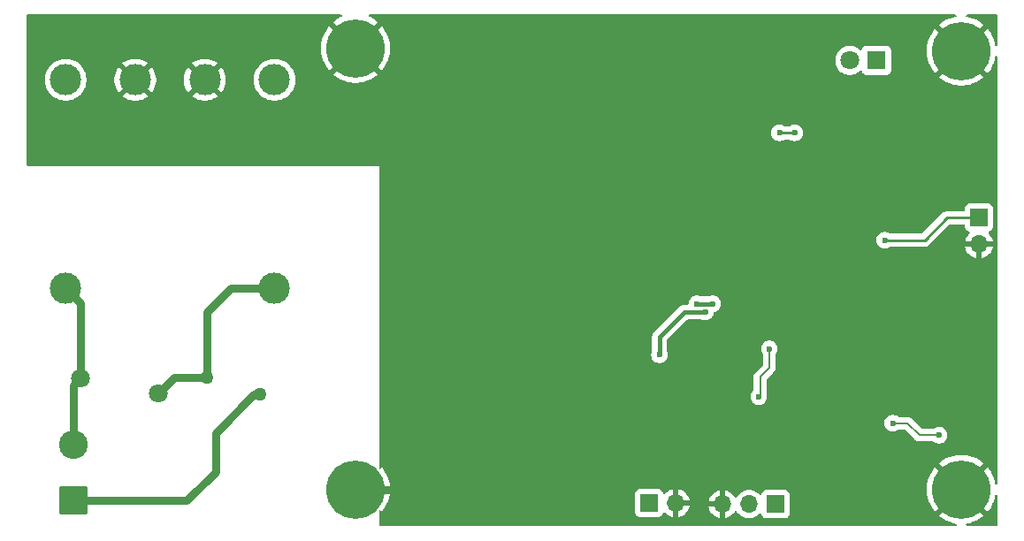
<source format=gbr>
%TF.GenerationSoftware,KiCad,Pcbnew,9.0.0*%
%TF.CreationDate,2025-04-21T22:06:35+02:00*%
%TF.ProjectId,RIAA_preamp,52494141-5f70-4726-9561-6d702e6b6963,rev?*%
%TF.SameCoordinates,Original*%
%TF.FileFunction,Copper,L2,Bot*%
%TF.FilePolarity,Positive*%
%FSLAX46Y46*%
G04 Gerber Fmt 4.6, Leading zero omitted, Abs format (unit mm)*
G04 Created by KiCad (PCBNEW 9.0.0) date 2025-04-21 22:06:35*
%MOMM*%
%LPD*%
G01*
G04 APERTURE LIST*
G04 Aperture macros list*
%AMRoundRect*
0 Rectangle with rounded corners*
0 $1 Rounding radius*
0 $2 $3 $4 $5 $6 $7 $8 $9 X,Y pos of 4 corners*
0 Add a 4 corners polygon primitive as box body*
4,1,4,$2,$3,$4,$5,$6,$7,$8,$9,$2,$3,0*
0 Add four circle primitives for the rounded corners*
1,1,$1+$1,$2,$3*
1,1,$1+$1,$4,$5*
1,1,$1+$1,$6,$7*
1,1,$1+$1,$8,$9*
0 Add four rect primitives between the rounded corners*
20,1,$1+$1,$2,$3,$4,$5,0*
20,1,$1+$1,$4,$5,$6,$7,0*
20,1,$1+$1,$6,$7,$8,$9,0*
20,1,$1+$1,$8,$9,$2,$3,0*%
G04 Aperture macros list end*
%TA.AperFunction,ComponentPad*%
%ADD10C,1.270000*%
%TD*%
%TA.AperFunction,ComponentPad*%
%ADD11RoundRect,0.250000X1.125000X-1.125000X1.125000X1.125000X-1.125000X1.125000X-1.125000X-1.125000X0*%
%TD*%
%TA.AperFunction,ComponentPad*%
%ADD12C,2.750000*%
%TD*%
%TA.AperFunction,ComponentPad*%
%ADD13O,1.700000X1.700000*%
%TD*%
%TA.AperFunction,ComponentPad*%
%ADD14R,1.700000X1.700000*%
%TD*%
%TA.AperFunction,ComponentPad*%
%ADD15C,5.600000*%
%TD*%
%TA.AperFunction,ComponentPad*%
%ADD16C,1.800000*%
%TD*%
%TA.AperFunction,ComponentPad*%
%ADD17R,1.800000X1.800000*%
%TD*%
%TA.AperFunction,ComponentPad*%
%ADD18C,3.000000*%
%TD*%
%TA.AperFunction,ViaPad*%
%ADD19C,0.600000*%
%TD*%
%TA.AperFunction,Conductor*%
%ADD20C,0.800000*%
%TD*%
%TA.AperFunction,Conductor*%
%ADD21C,0.200000*%
%TD*%
%TA.AperFunction,Conductor*%
%ADD22C,0.400000*%
%TD*%
%TA.AperFunction,Conductor*%
%ADD23C,0.250000*%
%TD*%
G04 APERTURE END LIST*
D10*
%TO.P,F1,1*%
%TO.N,LINE*%
X97370000Y-72594000D03*
%TO.P,F1,2*%
%TO.N,Net-(F1-Pad2)*%
X92270000Y-70994000D03*
%TD*%
D11*
%TO.P,J4,1,Pin_1*%
%TO.N,LINE*%
X79509000Y-82782000D03*
D12*
%TO.P,J4,2,Pin_2*%
%TO.N,NEUT*%
X79509000Y-77382000D03*
%TD*%
D13*
%TO.P,J3,3,Pin_3*%
%TO.N,GND*%
X141645000Y-83100000D03*
%TO.P,J3,2,Pin_2*%
%TO.N,/OUTR*%
X144185000Y-83100000D03*
D14*
%TO.P,J3,1,Pin_1*%
%TO.N,/OUTL*%
X146725000Y-83100000D03*
%TD*%
D15*
%TO.P,H2,1,1*%
%TO.N,GND*%
X106500000Y-81700000D03*
%TD*%
D16*
%TO.P,RV1,1*%
%TO.N,Net-(F1-Pad2)*%
X87648000Y-72494000D03*
%TO.P,RV1,2*%
%TO.N,NEUT*%
X80148000Y-71094000D03*
%TD*%
D17*
%TO.P,D5,1,K*%
%TO.N,-15V*%
X156375000Y-40600000D03*
D16*
%TO.P,D5,2,A*%
%TO.N,Net-(D5-A)*%
X153835000Y-40600000D03*
%TD*%
D15*
%TO.P,H1,1,1*%
%TO.N,GND*%
X106500000Y-39450000D03*
%TD*%
%TO.P,H4,1,1*%
%TO.N,GND*%
X164500000Y-81700000D03*
%TD*%
%TO.P,H3,1,1*%
%TO.N,GND*%
X164500000Y-39700000D03*
%TD*%
D14*
%TO.P,J2,1,Pin_1*%
%TO.N,/Right/IN*%
X134625000Y-83000000D03*
D13*
%TO.P,J2,2,Pin_2*%
%TO.N,GND*%
X137165000Y-83000000D03*
%TD*%
D18*
%TO.P,T1,10*%
%TO.N,Net-(C25-Pad2)*%
X78750000Y-42450000D03*
%TO.P,T1,9*%
%TO.N,GND*%
X85416667Y-42450000D03*
%TO.P,T1,7*%
X92083333Y-42450000D03*
%TO.P,T1,6*%
%TO.N,Net-(D1-Pad2)*%
X98750000Y-42450000D03*
%TO.P,T1,5*%
%TO.N,Net-(F1-Pad2)*%
X98750000Y-62450000D03*
%TO.P,T1,1*%
%TO.N,NEUT*%
X78750000Y-62450000D03*
%TD*%
D14*
%TO.P,J1,1,Pin_1*%
%TO.N,/Left/IN*%
X166200000Y-55660000D03*
D13*
%TO.P,J1,2,Pin_2*%
%TO.N,GND*%
X166200000Y-58200000D03*
%TD*%
D19*
%TO.N,GND*%
X139778000Y-43727000D03*
%TO.N,Net-(C39-Pad1)*%
X162384000Y-76493000D03*
X157939000Y-75350000D03*
%TO.N,GND*%
X162130000Y-66333000D03*
X165051000Y-71921000D03*
X159336000Y-78652000D03*
X127078000Y-58840000D03*
X122760000Y-58840000D03*
X117680000Y-58840000D03*
X113616000Y-58840000D03*
X126844000Y-38500000D03*
X123014000Y-38520000D03*
X117680000Y-38520000D03*
X113870000Y-38520000D03*
X141302000Y-53633000D03*
X135714000Y-49950000D03*
%TO.N,+15V*%
X147100000Y-47537000D03*
X148541000Y-47537000D03*
%TO.N,GND*%
X137238000Y-37504000D03*
X146255000Y-43346000D03*
X144223000Y-43346000D03*
X142064000Y-43473000D03*
X141429000Y-44870000D03*
X137365000Y-57316000D03*
X135333000Y-57570000D03*
X133174000Y-57443000D03*
X131015000Y-57570000D03*
%TO.N,/Left/IN*%
X157177000Y-57824000D03*
%TO.N,GND*%
X153367000Y-69762000D03*
X148160000Y-53252000D03*
X148795000Y-54268000D03*
X153367000Y-57062000D03*
X149811000Y-60745000D03*
X146382000Y-71921000D03*
X139397000Y-77001000D03*
X130380000Y-80557000D03*
X126824000Y-80684000D03*
X122760000Y-82589000D03*
X123268000Y-81700000D03*
X142699000Y-65698000D03*
X136984000Y-68111000D03*
%TO.N,-15V*%
X140705000Y-63920000D03*
X139181000Y-63920000D03*
%TO.N,+15V*%
X135600000Y-68800000D03*
X140000000Y-64700000D03*
%TO.N,Net-(C28-Pad1)*%
X145112000Y-72810000D03*
X146128000Y-68238000D03*
%TD*%
D20*
%TO.N,LINE*%
X93100000Y-76300000D02*
X96806000Y-72594000D01*
X93100000Y-79991000D02*
X93100000Y-76300000D01*
X90309000Y-82782000D02*
X93100000Y-79991000D01*
X96806000Y-72594000D02*
X97370000Y-72594000D01*
X79509000Y-82782000D02*
X90309000Y-82782000D01*
%TO.N,Net-(F1-Pad2)*%
X92270000Y-64730000D02*
X92270000Y-70994000D01*
X94550000Y-62450000D02*
X92270000Y-64730000D01*
X98750000Y-62450000D02*
X94550000Y-62450000D01*
%TO.N,NEUT*%
X79509000Y-71733000D02*
X80148000Y-71094000D01*
X79509000Y-77382000D02*
X79509000Y-71733000D01*
X80148000Y-63848000D02*
X78750000Y-62450000D01*
X80148000Y-71094000D02*
X80148000Y-63848000D01*
%TO.N,Net-(F1-Pad2)*%
X89148000Y-70994000D02*
X87648000Y-72494000D01*
X92270000Y-70994000D02*
X89148000Y-70994000D01*
D21*
%TO.N,Net-(C39-Pad1)*%
X160479000Y-76493000D02*
X162384000Y-76493000D01*
X159336000Y-75350000D02*
X160479000Y-76493000D01*
X157939000Y-75350000D02*
X159336000Y-75350000D01*
%TO.N,Net-(C28-Pad1)*%
X146128000Y-70016000D02*
X145239000Y-70905000D01*
X145239000Y-70905000D02*
X145239000Y-72683000D01*
X145239000Y-72683000D02*
X145112000Y-72810000D01*
X146128000Y-68238000D02*
X146128000Y-70016000D01*
D22*
%TO.N,-15V*%
X139181000Y-63920000D02*
X140705000Y-63920000D01*
D23*
%TO.N,+15V*%
X147100000Y-47537000D02*
X148541000Y-47537000D01*
%TO.N,/Left/IN*%
X163151000Y-55660000D02*
X166200000Y-55660000D01*
X157177000Y-57824000D02*
X160987000Y-57824000D01*
X160987000Y-57824000D02*
X163151000Y-55660000D01*
D20*
%TO.N,GND*%
X106500000Y-81700000D02*
X112200000Y-81700000D01*
D22*
%TO.N,+15V*%
X135600000Y-67100000D02*
X135600000Y-68800000D01*
X138000000Y-64700000D02*
X135600000Y-67100000D01*
X140000000Y-64700000D02*
X138000000Y-64700000D01*
%TD*%
%TA.AperFunction,Conductor*%
%TO.N,GND*%
G36*
X105165320Y-36220185D02*
G01*
X105211075Y-36272989D01*
X105221019Y-36342147D01*
X105191994Y-36405703D01*
X105145733Y-36439061D01*
X105087371Y-36463235D01*
X105087359Y-36463240D01*
X104801419Y-36616079D01*
X104801401Y-36616090D01*
X104531829Y-36796212D01*
X104531815Y-36796222D01*
X104349444Y-36945890D01*
X104349443Y-36945891D01*
X105559301Y-38155748D01*
X105457670Y-38229588D01*
X105279588Y-38407670D01*
X105205748Y-38509301D01*
X103995891Y-37299443D01*
X103995890Y-37299444D01*
X103846222Y-37481815D01*
X103846212Y-37481829D01*
X103666090Y-37751401D01*
X103666079Y-37751419D01*
X103513240Y-38037359D01*
X103513238Y-38037364D01*
X103389157Y-38336921D01*
X103295033Y-38647207D01*
X103295030Y-38647218D01*
X103231782Y-38965198D01*
X103231779Y-38965215D01*
X103200000Y-39287884D01*
X103200000Y-39612115D01*
X103231779Y-39934784D01*
X103231782Y-39934801D01*
X103295030Y-40252781D01*
X103295033Y-40252792D01*
X103389157Y-40563078D01*
X103513238Y-40862635D01*
X103513240Y-40862640D01*
X103666079Y-41148580D01*
X103666090Y-41148598D01*
X103846212Y-41418170D01*
X103846222Y-41418184D01*
X103995890Y-41600554D01*
X103995891Y-41600555D01*
X105205748Y-40390698D01*
X105279588Y-40492330D01*
X105457670Y-40670412D01*
X105559300Y-40744251D01*
X104349443Y-41954107D01*
X104349444Y-41954108D01*
X104531815Y-42103777D01*
X104531829Y-42103787D01*
X104801401Y-42283909D01*
X104801419Y-42283920D01*
X105087359Y-42436759D01*
X105087364Y-42436761D01*
X105386921Y-42560842D01*
X105697207Y-42654966D01*
X105697218Y-42654969D01*
X106015198Y-42718217D01*
X106015215Y-42718220D01*
X106337884Y-42750000D01*
X106662116Y-42750000D01*
X106984784Y-42718220D01*
X106984801Y-42718217D01*
X107302781Y-42654969D01*
X107302792Y-42654966D01*
X107613078Y-42560842D01*
X107912635Y-42436761D01*
X107912640Y-42436759D01*
X108198580Y-42283920D01*
X108198598Y-42283909D01*
X108468170Y-42103787D01*
X108468183Y-42103777D01*
X108522209Y-42059440D01*
X108650554Y-41954108D01*
X108650554Y-41954107D01*
X107440698Y-40744251D01*
X107542330Y-40670412D01*
X107720412Y-40492330D01*
X107794251Y-40390698D01*
X109004107Y-41600554D01*
X109004108Y-41600554D01*
X109153777Y-41418183D01*
X109153787Y-41418170D01*
X109333909Y-41148598D01*
X109333920Y-41148580D01*
X109486759Y-40862640D01*
X109486761Y-40862635D01*
X109610842Y-40563078D01*
X109633077Y-40489778D01*
X152434500Y-40489778D01*
X152434500Y-40710222D01*
X152450791Y-40813078D01*
X152468985Y-40927952D01*
X152537103Y-41137603D01*
X152537104Y-41137606D01*
X152637187Y-41334025D01*
X152766752Y-41512358D01*
X152766756Y-41512363D01*
X152922636Y-41668243D01*
X152922641Y-41668247D01*
X153024606Y-41742328D01*
X153100978Y-41797815D01*
X153229375Y-41863237D01*
X153297393Y-41897895D01*
X153297396Y-41897896D01*
X153402221Y-41931955D01*
X153507049Y-41966015D01*
X153724778Y-42000500D01*
X153724779Y-42000500D01*
X153945221Y-42000500D01*
X153945222Y-42000500D01*
X154162951Y-41966015D01*
X154372606Y-41897895D01*
X154569022Y-41797815D01*
X154747365Y-41668242D01*
X154797536Y-41618070D01*
X154858857Y-41584586D01*
X154928548Y-41589570D01*
X154984482Y-41631441D01*
X155001398Y-41662419D01*
X155031202Y-41742328D01*
X155031206Y-41742335D01*
X155117452Y-41857544D01*
X155117455Y-41857547D01*
X155232664Y-41943793D01*
X155232671Y-41943797D01*
X155367517Y-41994091D01*
X155367516Y-41994091D01*
X155374444Y-41994835D01*
X155427127Y-42000500D01*
X157322872Y-42000499D01*
X157382483Y-41994091D01*
X157517331Y-41943796D01*
X157632546Y-41857546D01*
X157718796Y-41742331D01*
X157769091Y-41607483D01*
X157775500Y-41547873D01*
X157775499Y-39652128D01*
X157769091Y-39592517D01*
X157718796Y-39457669D01*
X157718795Y-39457668D01*
X157718793Y-39457664D01*
X157632547Y-39342455D01*
X157632544Y-39342452D01*
X157517335Y-39256206D01*
X157517328Y-39256202D01*
X157382482Y-39205908D01*
X157382483Y-39205908D01*
X157322883Y-39199501D01*
X157322881Y-39199500D01*
X157322873Y-39199500D01*
X157322864Y-39199500D01*
X155427129Y-39199500D01*
X155427123Y-39199501D01*
X155367516Y-39205908D01*
X155232671Y-39256202D01*
X155232664Y-39256206D01*
X155117455Y-39342452D01*
X155117452Y-39342455D01*
X155031206Y-39457664D01*
X155031203Y-39457669D01*
X155001398Y-39537581D01*
X154959526Y-39593514D01*
X154894062Y-39617931D01*
X154825789Y-39603079D01*
X154797535Y-39581928D01*
X154747363Y-39531756D01*
X154747358Y-39531752D01*
X154569025Y-39402187D01*
X154569024Y-39402186D01*
X154569022Y-39402185D01*
X154506096Y-39370122D01*
X154372606Y-39302104D01*
X154372603Y-39302103D01*
X154162952Y-39233985D01*
X154028260Y-39212652D01*
X153945222Y-39199500D01*
X153724778Y-39199500D01*
X153652201Y-39210995D01*
X153507047Y-39233985D01*
X153297396Y-39302103D01*
X153297393Y-39302104D01*
X153100974Y-39402187D01*
X152922641Y-39531752D01*
X152922636Y-39531756D01*
X152766756Y-39687636D01*
X152766752Y-39687641D01*
X152637187Y-39865974D01*
X152537104Y-40062393D01*
X152537103Y-40062396D01*
X152468985Y-40272047D01*
X152466366Y-40288583D01*
X152434500Y-40489778D01*
X109633077Y-40489778D01*
X109645474Y-40448911D01*
X109704966Y-40252792D01*
X109704969Y-40252781D01*
X109768217Y-39934801D01*
X109768220Y-39934784D01*
X109800000Y-39612115D01*
X109800000Y-39287884D01*
X109768220Y-38965215D01*
X109768217Y-38965198D01*
X109704969Y-38647218D01*
X109704966Y-38647207D01*
X109610842Y-38336921D01*
X109486761Y-38037364D01*
X109486759Y-38037359D01*
X109333920Y-37751419D01*
X109333909Y-37751401D01*
X109153787Y-37481829D01*
X109153777Y-37481815D01*
X109004108Y-37299444D01*
X109004107Y-37299443D01*
X107794250Y-38509300D01*
X107720412Y-38407670D01*
X107542330Y-38229588D01*
X107440697Y-38155747D01*
X108650555Y-36945891D01*
X108650554Y-36945890D01*
X108468184Y-36796222D01*
X108468170Y-36796212D01*
X108198598Y-36616090D01*
X108198580Y-36616079D01*
X107912640Y-36463240D01*
X107912628Y-36463235D01*
X107854267Y-36439061D01*
X107799863Y-36395220D01*
X107777798Y-36328926D01*
X107795077Y-36261227D01*
X107846214Y-36213616D01*
X107901719Y-36200500D01*
X163918939Y-36200500D01*
X163985978Y-36220185D01*
X164031733Y-36272989D01*
X164041677Y-36342147D01*
X164012652Y-36405703D01*
X163953874Y-36443477D01*
X163943130Y-36446117D01*
X163697218Y-36495030D01*
X163697207Y-36495033D01*
X163386921Y-36589157D01*
X163087364Y-36713238D01*
X163087359Y-36713240D01*
X162801419Y-36866079D01*
X162801401Y-36866090D01*
X162531829Y-37046212D01*
X162531815Y-37046222D01*
X162349444Y-37195890D01*
X162349443Y-37195891D01*
X163559301Y-38405748D01*
X163457670Y-38479588D01*
X163279588Y-38657670D01*
X163205748Y-38759301D01*
X161995891Y-37549443D01*
X161995890Y-37549444D01*
X161846222Y-37731815D01*
X161846212Y-37731829D01*
X161666090Y-38001401D01*
X161666079Y-38001419D01*
X161513240Y-38287359D01*
X161513238Y-38287364D01*
X161389157Y-38586921D01*
X161295033Y-38897207D01*
X161295030Y-38897218D01*
X161231782Y-39215198D01*
X161231779Y-39215215D01*
X161200000Y-39537884D01*
X161200000Y-39862115D01*
X161231779Y-40184784D01*
X161231782Y-40184801D01*
X161295030Y-40502781D01*
X161295033Y-40502792D01*
X161389157Y-40813078D01*
X161513238Y-41112635D01*
X161513240Y-41112640D01*
X161666079Y-41398580D01*
X161666090Y-41398598D01*
X161846212Y-41668170D01*
X161846222Y-41668184D01*
X161995890Y-41850554D01*
X161995891Y-41850555D01*
X163205748Y-40640698D01*
X163279588Y-40742330D01*
X163457670Y-40920412D01*
X163559300Y-40994251D01*
X162349443Y-42204107D01*
X162349444Y-42204108D01*
X162531815Y-42353777D01*
X162531829Y-42353787D01*
X162801401Y-42533909D01*
X162801419Y-42533920D01*
X163087359Y-42686759D01*
X163087364Y-42686761D01*
X163386921Y-42810842D01*
X163697207Y-42904966D01*
X163697218Y-42904969D01*
X164015198Y-42968217D01*
X164015215Y-42968220D01*
X164337884Y-43000000D01*
X164662116Y-43000000D01*
X164984784Y-42968220D01*
X164984801Y-42968217D01*
X165302781Y-42904969D01*
X165302792Y-42904966D01*
X165613078Y-42810842D01*
X165912635Y-42686761D01*
X165912640Y-42686759D01*
X166198580Y-42533920D01*
X166198598Y-42533909D01*
X166468170Y-42353787D01*
X166468183Y-42353777D01*
X166650554Y-42204108D01*
X166650554Y-42204107D01*
X165440698Y-40994251D01*
X165542330Y-40920412D01*
X165720412Y-40742330D01*
X165794251Y-40640698D01*
X167004107Y-41850554D01*
X167004108Y-41850554D01*
X167153777Y-41668183D01*
X167153787Y-41668170D01*
X167333909Y-41398598D01*
X167333920Y-41398580D01*
X167486759Y-41112640D01*
X167486761Y-41112635D01*
X167610842Y-40813078D01*
X167704966Y-40502792D01*
X167704969Y-40502781D01*
X167753883Y-40256869D01*
X167786267Y-40194958D01*
X167846983Y-40160384D01*
X167916752Y-40164123D01*
X167973425Y-40204989D01*
X167999006Y-40270007D01*
X167999500Y-40281060D01*
X167999500Y-81118939D01*
X167979815Y-81185978D01*
X167927011Y-81231733D01*
X167857853Y-81241677D01*
X167794297Y-81212652D01*
X167756523Y-81153874D01*
X167753883Y-81143130D01*
X167704969Y-80897218D01*
X167704966Y-80897207D01*
X167610842Y-80586921D01*
X167486761Y-80287364D01*
X167486759Y-80287359D01*
X167333920Y-80001419D01*
X167333909Y-80001401D01*
X167153787Y-79731829D01*
X167153777Y-79731815D01*
X167004108Y-79549444D01*
X167004107Y-79549443D01*
X165794250Y-80759300D01*
X165720412Y-80657670D01*
X165542330Y-80479588D01*
X165440697Y-80405747D01*
X166650555Y-79195891D01*
X166650554Y-79195890D01*
X166468184Y-79046222D01*
X166468170Y-79046212D01*
X166198598Y-78866090D01*
X166198580Y-78866079D01*
X165912640Y-78713240D01*
X165912635Y-78713238D01*
X165613078Y-78589157D01*
X165302792Y-78495033D01*
X165302781Y-78495030D01*
X164984801Y-78431782D01*
X164984784Y-78431779D01*
X164662116Y-78400000D01*
X164337884Y-78400000D01*
X164015215Y-78431779D01*
X164015198Y-78431782D01*
X163697218Y-78495030D01*
X163697207Y-78495033D01*
X163386921Y-78589157D01*
X163087364Y-78713238D01*
X163087359Y-78713240D01*
X162801419Y-78866079D01*
X162801401Y-78866090D01*
X162531829Y-79046212D01*
X162531815Y-79046222D01*
X162349444Y-79195890D01*
X162349443Y-79195891D01*
X163559301Y-80405748D01*
X163457670Y-80479588D01*
X163279588Y-80657670D01*
X163205748Y-80759301D01*
X161995891Y-79549443D01*
X161995890Y-79549444D01*
X161846222Y-79731815D01*
X161846212Y-79731829D01*
X161666090Y-80001401D01*
X161666079Y-80001419D01*
X161513240Y-80287359D01*
X161513238Y-80287364D01*
X161389157Y-80586921D01*
X161295033Y-80897207D01*
X161295030Y-80897218D01*
X161231782Y-81215198D01*
X161231779Y-81215215D01*
X161200000Y-81537884D01*
X161200000Y-81862115D01*
X161231779Y-82184784D01*
X161231782Y-82184801D01*
X161295030Y-82502781D01*
X161295033Y-82502792D01*
X161389157Y-82813078D01*
X161513238Y-83112635D01*
X161513240Y-83112640D01*
X161666079Y-83398580D01*
X161666090Y-83398598D01*
X161846212Y-83668170D01*
X161846222Y-83668184D01*
X161995890Y-83850554D01*
X161995891Y-83850555D01*
X163205748Y-82640698D01*
X163279588Y-82742330D01*
X163457670Y-82920412D01*
X163559300Y-82994251D01*
X162349443Y-84204107D01*
X162349444Y-84204108D01*
X162531815Y-84353777D01*
X162531829Y-84353787D01*
X162801401Y-84533909D01*
X162801419Y-84533920D01*
X163087359Y-84686759D01*
X163087364Y-84686761D01*
X163386921Y-84810842D01*
X163697207Y-84904966D01*
X163697218Y-84904969D01*
X163943130Y-84953883D01*
X164005041Y-84986267D01*
X164039615Y-85046983D01*
X164035876Y-85116753D01*
X163995010Y-85173425D01*
X163929992Y-85199006D01*
X163918939Y-85199500D01*
X108904000Y-85199500D01*
X108836961Y-85179815D01*
X108791206Y-85127011D01*
X108780000Y-85075500D01*
X108780000Y-84270751D01*
X108780000Y-83626447D01*
X109004107Y-83850554D01*
X109004108Y-83850554D01*
X109153777Y-83668183D01*
X109153787Y-83668170D01*
X109333909Y-83398598D01*
X109333920Y-83398580D01*
X109486759Y-83112640D01*
X109486761Y-83112635D01*
X109610842Y-82813078D01*
X109704966Y-82502792D01*
X109704969Y-82502781D01*
X109768217Y-82184801D01*
X109768220Y-82184783D01*
X109776360Y-82102135D01*
X133274500Y-82102135D01*
X133274500Y-83897870D01*
X133274501Y-83897876D01*
X133280908Y-83957483D01*
X133331202Y-84092328D01*
X133331206Y-84092335D01*
X133417452Y-84207544D01*
X133417455Y-84207547D01*
X133532664Y-84293793D01*
X133532671Y-84293797D01*
X133667517Y-84344091D01*
X133667516Y-84344091D01*
X133674444Y-84344835D01*
X133727127Y-84350500D01*
X135522872Y-84350499D01*
X135582483Y-84344091D01*
X135717331Y-84293796D01*
X135832546Y-84207546D01*
X135918796Y-84092331D01*
X135968002Y-83960401D01*
X136009872Y-83904468D01*
X136075337Y-83880050D01*
X136143610Y-83894901D01*
X136171865Y-83916053D01*
X136285535Y-84029723D01*
X136285540Y-84029727D01*
X136457442Y-84154620D01*
X136646782Y-84251095D01*
X136848871Y-84316757D01*
X136915000Y-84327231D01*
X136915000Y-83433012D01*
X136972007Y-83465925D01*
X137099174Y-83500000D01*
X137230826Y-83500000D01*
X137357993Y-83465925D01*
X137415000Y-83433012D01*
X137415000Y-84327230D01*
X137481126Y-84316757D01*
X137481129Y-84316757D01*
X137683217Y-84251095D01*
X137872557Y-84154620D01*
X138044459Y-84029727D01*
X138044464Y-84029723D01*
X138194723Y-83879464D01*
X138194727Y-83879459D01*
X138319620Y-83707557D01*
X138416095Y-83518217D01*
X138481757Y-83316129D01*
X138485336Y-83293536D01*
X138485336Y-83293534D01*
X138492231Y-83250000D01*
X137598012Y-83250000D01*
X137630925Y-83192993D01*
X137665000Y-83065826D01*
X137665000Y-82934174D01*
X137642445Y-82850000D01*
X140317769Y-82850000D01*
X141211988Y-82850000D01*
X141179075Y-82907007D01*
X141145000Y-83034174D01*
X141145000Y-83165826D01*
X141179075Y-83292993D01*
X141211988Y-83350000D01*
X140317769Y-83350000D01*
X140328242Y-83416126D01*
X140328242Y-83416129D01*
X140393904Y-83618217D01*
X140490379Y-83807557D01*
X140615272Y-83979459D01*
X140615276Y-83979464D01*
X140765535Y-84129723D01*
X140765540Y-84129727D01*
X140937442Y-84254620D01*
X141126782Y-84351095D01*
X141328871Y-84416757D01*
X141395000Y-84427231D01*
X141395000Y-83533012D01*
X141452007Y-83565925D01*
X141579174Y-83600000D01*
X141710826Y-83600000D01*
X141837993Y-83565925D01*
X141895000Y-83533012D01*
X141895000Y-84427230D01*
X141961126Y-84416757D01*
X141961129Y-84416757D01*
X142163217Y-84351095D01*
X142352557Y-84254620D01*
X142524459Y-84129727D01*
X142524464Y-84129723D01*
X142674723Y-83979464D01*
X142674727Y-83979459D01*
X142799620Y-83807558D01*
X142804232Y-83798507D01*
X142852205Y-83747709D01*
X142920025Y-83730912D01*
X142986161Y-83753447D01*
X143025204Y-83798504D01*
X143029949Y-83807817D01*
X143154890Y-83979786D01*
X143305213Y-84130109D01*
X143477179Y-84255048D01*
X143477181Y-84255049D01*
X143477184Y-84255051D01*
X143666588Y-84351557D01*
X143868757Y-84417246D01*
X144078713Y-84450500D01*
X144078714Y-84450500D01*
X144291286Y-84450500D01*
X144291287Y-84450500D01*
X144501243Y-84417246D01*
X144703412Y-84351557D01*
X144892816Y-84255051D01*
X144958200Y-84207547D01*
X145064784Y-84130110D01*
X145064784Y-84130109D01*
X145064792Y-84130104D01*
X145178329Y-84016566D01*
X145239648Y-83983084D01*
X145309340Y-83988068D01*
X145365274Y-84029939D01*
X145382189Y-84060917D01*
X145431202Y-84192328D01*
X145431206Y-84192335D01*
X145517452Y-84307544D01*
X145517455Y-84307547D01*
X145632664Y-84393793D01*
X145632671Y-84393797D01*
X145767517Y-84444091D01*
X145767516Y-84444091D01*
X145774444Y-84444835D01*
X145827127Y-84450500D01*
X147622872Y-84450499D01*
X147682483Y-84444091D01*
X147817331Y-84393796D01*
X147932546Y-84307546D01*
X148018796Y-84192331D01*
X148069091Y-84057483D01*
X148075500Y-83997873D01*
X148075499Y-82202128D01*
X148069091Y-82142517D01*
X148067810Y-82139083D01*
X148018797Y-82007671D01*
X148018793Y-82007664D01*
X147932547Y-81892455D01*
X147932544Y-81892452D01*
X147817335Y-81806206D01*
X147817328Y-81806202D01*
X147682482Y-81755908D01*
X147682483Y-81755908D01*
X147622883Y-81749501D01*
X147622881Y-81749500D01*
X147622873Y-81749500D01*
X147622864Y-81749500D01*
X145827129Y-81749500D01*
X145827123Y-81749501D01*
X145767516Y-81755908D01*
X145632671Y-81806202D01*
X145632664Y-81806206D01*
X145517455Y-81892452D01*
X145517452Y-81892455D01*
X145431206Y-82007664D01*
X145431203Y-82007669D01*
X145382189Y-82139083D01*
X145340317Y-82195016D01*
X145274853Y-82219433D01*
X145206580Y-82204581D01*
X145178326Y-82183430D01*
X145064786Y-82069890D01*
X144892820Y-81944951D01*
X144703414Y-81848444D01*
X144703413Y-81848443D01*
X144703412Y-81848443D01*
X144501243Y-81782754D01*
X144501241Y-81782753D01*
X144501240Y-81782753D01*
X144339957Y-81757208D01*
X144291287Y-81749500D01*
X144078713Y-81749500D01*
X144030042Y-81757208D01*
X143868760Y-81782753D01*
X143666585Y-81848444D01*
X143477179Y-81944951D01*
X143305213Y-82069890D01*
X143154890Y-82220213D01*
X143029949Y-82392182D01*
X143025202Y-82401499D01*
X142977227Y-82452293D01*
X142909405Y-82469087D01*
X142843271Y-82446548D01*
X142804234Y-82401495D01*
X142799622Y-82392444D01*
X142674727Y-82220540D01*
X142674723Y-82220535D01*
X142524464Y-82070276D01*
X142524459Y-82070272D01*
X142352557Y-81945379D01*
X142163215Y-81848903D01*
X141961124Y-81783241D01*
X141895000Y-81772768D01*
X141895000Y-82666988D01*
X141837993Y-82634075D01*
X141710826Y-82600000D01*
X141579174Y-82600000D01*
X141452007Y-82634075D01*
X141395000Y-82666988D01*
X141395000Y-81772768D01*
X141394999Y-81772768D01*
X141328875Y-81783241D01*
X141126784Y-81848903D01*
X140937442Y-81945379D01*
X140765540Y-82070272D01*
X140765535Y-82070276D01*
X140615276Y-82220535D01*
X140615272Y-82220540D01*
X140490379Y-82392442D01*
X140393904Y-82581782D01*
X140328242Y-82783870D01*
X140328242Y-82783873D01*
X140317769Y-82850000D01*
X137642445Y-82850000D01*
X137630925Y-82807007D01*
X137598012Y-82750000D01*
X138492231Y-82750000D01*
X138481757Y-82683873D01*
X138481757Y-82683870D01*
X138416095Y-82481782D01*
X138319620Y-82292442D01*
X138194727Y-82120540D01*
X138194723Y-82120535D01*
X138044464Y-81970276D01*
X138044459Y-81970272D01*
X137872557Y-81845379D01*
X137683215Y-81748903D01*
X137481124Y-81683241D01*
X137415000Y-81672768D01*
X137415000Y-82566988D01*
X137357993Y-82534075D01*
X137230826Y-82500000D01*
X137099174Y-82500000D01*
X136972007Y-82534075D01*
X136915000Y-82566988D01*
X136915000Y-81672768D01*
X136914999Y-81672768D01*
X136848875Y-81683241D01*
X136646784Y-81748903D01*
X136457442Y-81845379D01*
X136285541Y-81970271D01*
X136171865Y-82083947D01*
X136110542Y-82117431D01*
X136040850Y-82112447D01*
X135984917Y-82070575D01*
X135968002Y-82039598D01*
X135956093Y-82007669D01*
X135918796Y-81907669D01*
X135918795Y-81907668D01*
X135918793Y-81907664D01*
X135832547Y-81792455D01*
X135832544Y-81792452D01*
X135717335Y-81706206D01*
X135717328Y-81706202D01*
X135582482Y-81655908D01*
X135522883Y-81649501D01*
X135522881Y-81649500D01*
X135522873Y-81649500D01*
X135522864Y-81649500D01*
X133727129Y-81649500D01*
X133727123Y-81649501D01*
X133667516Y-81655908D01*
X133532671Y-81706202D01*
X133532664Y-81706206D01*
X133417455Y-81792452D01*
X133417452Y-81792455D01*
X133331206Y-81907664D01*
X133331202Y-81907671D01*
X133280908Y-82042517D01*
X133274501Y-82102116D01*
X133274500Y-82102135D01*
X109776360Y-82102135D01*
X109777885Y-82086653D01*
X109777885Y-82086652D01*
X109800000Y-81862115D01*
X109800000Y-81537884D01*
X109768220Y-81215215D01*
X109768217Y-81215198D01*
X109704969Y-80897218D01*
X109704966Y-80897207D01*
X109610842Y-80586921D01*
X109486761Y-80287364D01*
X109486759Y-80287359D01*
X109333920Y-80001419D01*
X109333909Y-80001401D01*
X109153787Y-79731829D01*
X109153777Y-79731815D01*
X109004108Y-79549444D01*
X109004107Y-79549443D01*
X108780000Y-79773550D01*
X108780000Y-75271153D01*
X157138500Y-75271153D01*
X157138500Y-75428846D01*
X157169261Y-75583489D01*
X157169264Y-75583501D01*
X157229602Y-75729172D01*
X157229609Y-75729185D01*
X157317210Y-75860288D01*
X157317213Y-75860292D01*
X157428707Y-75971786D01*
X157428711Y-75971789D01*
X157559814Y-76059390D01*
X157559827Y-76059397D01*
X157691220Y-76113821D01*
X157705503Y-76119737D01*
X157840592Y-76146608D01*
X157860153Y-76150499D01*
X157860156Y-76150500D01*
X157860158Y-76150500D01*
X158017844Y-76150500D01*
X158017845Y-76150499D01*
X158172497Y-76119737D01*
X158318179Y-76059394D01*
X158399307Y-76005186D01*
X158449875Y-75971398D01*
X158516553Y-75950520D01*
X158518766Y-75950500D01*
X159035903Y-75950500D01*
X159102942Y-75970185D01*
X159123584Y-75986819D01*
X159994139Y-76857374D01*
X159994149Y-76857385D01*
X159998479Y-76861715D01*
X159998480Y-76861716D01*
X160110284Y-76973520D01*
X160182690Y-77015323D01*
X160247215Y-77052577D01*
X160399943Y-77093500D01*
X160558057Y-77093500D01*
X161804234Y-77093500D01*
X161871273Y-77113185D01*
X161873125Y-77114398D01*
X162004814Y-77202390D01*
X162004827Y-77202397D01*
X162141657Y-77259073D01*
X162150503Y-77262737D01*
X162305153Y-77293499D01*
X162305156Y-77293500D01*
X162305158Y-77293500D01*
X162462844Y-77293500D01*
X162462845Y-77293499D01*
X162617497Y-77262737D01*
X162763179Y-77202394D01*
X162894289Y-77114789D01*
X163005789Y-77003289D01*
X163093394Y-76872179D01*
X163153737Y-76726497D01*
X163184500Y-76571842D01*
X163184500Y-76414158D01*
X163184500Y-76414155D01*
X163184499Y-76414153D01*
X163153738Y-76259510D01*
X163153737Y-76259503D01*
X163133775Y-76211309D01*
X163093397Y-76113827D01*
X163093390Y-76113814D01*
X163005789Y-75982711D01*
X163005786Y-75982707D01*
X162894292Y-75871213D01*
X162894288Y-75871210D01*
X162763185Y-75783609D01*
X162763172Y-75783602D01*
X162617501Y-75723264D01*
X162617489Y-75723261D01*
X162462845Y-75692500D01*
X162462842Y-75692500D01*
X162305158Y-75692500D01*
X162305155Y-75692500D01*
X162150510Y-75723261D01*
X162150498Y-75723264D01*
X162004827Y-75783602D01*
X162004814Y-75783609D01*
X161873125Y-75871602D01*
X161806447Y-75892480D01*
X161804234Y-75892500D01*
X160779097Y-75892500D01*
X160712058Y-75872815D01*
X160691416Y-75856181D01*
X159823590Y-74988355D01*
X159823588Y-74988352D01*
X159704717Y-74869481D01*
X159704716Y-74869480D01*
X159617904Y-74819360D01*
X159617904Y-74819359D01*
X159617900Y-74819358D01*
X159567785Y-74790423D01*
X159415057Y-74749499D01*
X159256943Y-74749499D01*
X159249347Y-74749499D01*
X159249331Y-74749500D01*
X158518766Y-74749500D01*
X158451727Y-74729815D01*
X158449875Y-74728602D01*
X158318185Y-74640609D01*
X158318172Y-74640602D01*
X158172501Y-74580264D01*
X158172489Y-74580261D01*
X158017845Y-74549500D01*
X158017842Y-74549500D01*
X157860158Y-74549500D01*
X157860155Y-74549500D01*
X157705510Y-74580261D01*
X157705498Y-74580264D01*
X157559827Y-74640602D01*
X157559814Y-74640609D01*
X157428711Y-74728210D01*
X157428707Y-74728213D01*
X157317213Y-74839707D01*
X157317210Y-74839711D01*
X157229609Y-74970814D01*
X157229602Y-74970827D01*
X157169264Y-75116498D01*
X157169261Y-75116510D01*
X157138500Y-75271153D01*
X108780000Y-75271153D01*
X108780000Y-72731153D01*
X144311500Y-72731153D01*
X144311500Y-72888846D01*
X144342261Y-73043489D01*
X144342264Y-73043501D01*
X144402602Y-73189172D01*
X144402609Y-73189185D01*
X144490210Y-73320288D01*
X144490213Y-73320292D01*
X144601707Y-73431786D01*
X144601711Y-73431789D01*
X144732814Y-73519390D01*
X144732827Y-73519397D01*
X144878498Y-73579735D01*
X144878503Y-73579737D01*
X145033153Y-73610499D01*
X145033156Y-73610500D01*
X145033158Y-73610500D01*
X145190844Y-73610500D01*
X145190845Y-73610499D01*
X145345497Y-73579737D01*
X145491179Y-73519394D01*
X145622289Y-73431789D01*
X145733789Y-73320289D01*
X145821394Y-73189179D01*
X145821414Y-73189132D01*
X145881735Y-73043501D01*
X145881737Y-73043497D01*
X145912500Y-72888842D01*
X145912500Y-72731158D01*
X145912500Y-72731155D01*
X145912499Y-72731153D01*
X145881739Y-72576511D01*
X145881736Y-72576501D01*
X145848939Y-72497321D01*
X145839500Y-72449869D01*
X145839500Y-71205096D01*
X145859185Y-71138057D01*
X145875815Y-71117419D01*
X146486506Y-70506727D01*
X146486511Y-70506724D01*
X146496714Y-70496520D01*
X146496716Y-70496520D01*
X146608520Y-70384716D01*
X146660585Y-70294536D01*
X146687577Y-70247785D01*
X146728501Y-70095057D01*
X146728501Y-69936943D01*
X146728501Y-69929348D01*
X146728500Y-69929330D01*
X146728500Y-68817765D01*
X146748185Y-68750726D01*
X146749398Y-68748874D01*
X146837390Y-68617185D01*
X146837390Y-68617184D01*
X146837394Y-68617179D01*
X146897737Y-68471497D01*
X146928500Y-68316842D01*
X146928500Y-68159158D01*
X146928500Y-68159155D01*
X146928499Y-68159153D01*
X146897738Y-68004510D01*
X146897737Y-68004503D01*
X146897735Y-68004498D01*
X146837397Y-67858827D01*
X146837390Y-67858814D01*
X146749789Y-67727711D01*
X146749786Y-67727707D01*
X146638292Y-67616213D01*
X146638288Y-67616210D01*
X146507185Y-67528609D01*
X146507172Y-67528602D01*
X146361501Y-67468264D01*
X146361489Y-67468261D01*
X146206845Y-67437500D01*
X146206842Y-67437500D01*
X146049158Y-67437500D01*
X146049155Y-67437500D01*
X145894510Y-67468261D01*
X145894498Y-67468264D01*
X145748827Y-67528602D01*
X145748814Y-67528609D01*
X145617711Y-67616210D01*
X145617707Y-67616213D01*
X145506213Y-67727707D01*
X145506210Y-67727711D01*
X145418609Y-67858814D01*
X145418602Y-67858827D01*
X145358264Y-68004498D01*
X145358261Y-68004510D01*
X145327500Y-68159153D01*
X145327500Y-68316846D01*
X145358261Y-68471489D01*
X145358264Y-68471501D01*
X145418602Y-68617172D01*
X145418609Y-68617185D01*
X145506602Y-68748874D01*
X145527480Y-68815551D01*
X145527500Y-68817765D01*
X145527500Y-69715902D01*
X145507815Y-69782941D01*
X145491181Y-69803583D01*
X144758481Y-70536282D01*
X144758479Y-70536285D01*
X144745874Y-70558119D01*
X144728178Y-70588769D01*
X144679423Y-70673215D01*
X144638499Y-70825943D01*
X144638499Y-70825945D01*
X144638499Y-70994046D01*
X144638500Y-70994059D01*
X144638500Y-72100059D01*
X144618815Y-72167098D01*
X144602181Y-72187740D01*
X144490213Y-72299707D01*
X144490210Y-72299711D01*
X144402609Y-72430814D01*
X144402602Y-72430827D01*
X144342264Y-72576498D01*
X144342261Y-72576510D01*
X144311500Y-72731153D01*
X108780000Y-72731153D01*
X108780000Y-68721153D01*
X134799500Y-68721153D01*
X134799500Y-68878846D01*
X134830261Y-69033489D01*
X134830264Y-69033501D01*
X134890602Y-69179172D01*
X134890609Y-69179185D01*
X134978210Y-69310288D01*
X134978213Y-69310292D01*
X135089707Y-69421786D01*
X135089711Y-69421789D01*
X135220814Y-69509390D01*
X135220827Y-69509397D01*
X135366498Y-69569735D01*
X135366503Y-69569737D01*
X135521153Y-69600499D01*
X135521156Y-69600500D01*
X135521158Y-69600500D01*
X135678844Y-69600500D01*
X135678845Y-69600499D01*
X135833497Y-69569737D01*
X135979179Y-69509394D01*
X136110289Y-69421789D01*
X136221789Y-69310289D01*
X136309394Y-69179179D01*
X136369737Y-69033497D01*
X136400500Y-68878842D01*
X136400500Y-68721158D01*
X136400500Y-68721155D01*
X136400499Y-68721153D01*
X136379817Y-68617179D01*
X136369737Y-68566503D01*
X136309939Y-68422136D01*
X136300500Y-68374684D01*
X136300500Y-67441519D01*
X136320185Y-67374480D01*
X136336819Y-67353838D01*
X138253838Y-65436819D01*
X138315161Y-65403334D01*
X138341519Y-65400500D01*
X139574684Y-65400500D01*
X139622136Y-65409939D01*
X139687031Y-65436819D01*
X139766503Y-65469737D01*
X139921153Y-65500499D01*
X139921156Y-65500500D01*
X139921158Y-65500500D01*
X140078844Y-65500500D01*
X140078845Y-65500499D01*
X140233497Y-65469737D01*
X140379179Y-65409394D01*
X140510289Y-65321789D01*
X140621789Y-65210289D01*
X140709394Y-65079179D01*
X140769737Y-64933497D01*
X140797105Y-64795906D01*
X140829489Y-64733997D01*
X140890205Y-64699423D01*
X140894485Y-64698491D01*
X140938497Y-64689737D01*
X141084179Y-64629394D01*
X141215289Y-64541789D01*
X141326789Y-64430289D01*
X141414394Y-64299179D01*
X141474737Y-64153497D01*
X141505500Y-63998842D01*
X141505500Y-63841158D01*
X141505500Y-63841155D01*
X141505499Y-63841153D01*
X141474738Y-63686510D01*
X141474737Y-63686503D01*
X141432832Y-63585334D01*
X141414397Y-63540827D01*
X141414390Y-63540814D01*
X141326789Y-63409711D01*
X141326786Y-63409707D01*
X141215292Y-63298213D01*
X141215288Y-63298210D01*
X141084185Y-63210609D01*
X141084172Y-63210602D01*
X140938501Y-63150264D01*
X140938489Y-63150261D01*
X140783845Y-63119500D01*
X140783842Y-63119500D01*
X140626158Y-63119500D01*
X140626155Y-63119500D01*
X140471510Y-63150261D01*
X140471498Y-63150264D01*
X140327136Y-63210061D01*
X140279684Y-63219500D01*
X139606316Y-63219500D01*
X139558864Y-63210061D01*
X139414501Y-63150264D01*
X139414489Y-63150261D01*
X139259845Y-63119500D01*
X139259842Y-63119500D01*
X139102158Y-63119500D01*
X139102155Y-63119500D01*
X138947510Y-63150261D01*
X138947498Y-63150264D01*
X138801827Y-63210602D01*
X138801814Y-63210609D01*
X138670711Y-63298210D01*
X138670707Y-63298213D01*
X138559213Y-63409707D01*
X138559210Y-63409711D01*
X138471609Y-63540814D01*
X138471602Y-63540827D01*
X138411264Y-63686498D01*
X138411261Y-63686510D01*
X138380500Y-63841153D01*
X138380500Y-63875500D01*
X138360815Y-63942539D01*
X138308011Y-63988294D01*
X138256500Y-63999500D01*
X137931004Y-63999500D01*
X137795677Y-64026418D01*
X137795667Y-64026421D01*
X137668192Y-64079222D01*
X137553454Y-64155887D01*
X135055887Y-66653454D01*
X134979223Y-66768192D01*
X134926421Y-66895668D01*
X134926418Y-66895679D01*
X134911772Y-66969313D01*
X134911772Y-66969315D01*
X134899500Y-67031005D01*
X134899500Y-68374684D01*
X134890061Y-68422136D01*
X134830264Y-68566498D01*
X134830261Y-68566510D01*
X134799500Y-68721153D01*
X108780000Y-68721153D01*
X108780000Y-57745153D01*
X156376500Y-57745153D01*
X156376500Y-57902846D01*
X156407261Y-58057489D01*
X156407264Y-58057501D01*
X156467602Y-58203172D01*
X156467609Y-58203185D01*
X156555209Y-58334287D01*
X156555212Y-58334291D01*
X156666707Y-58445786D01*
X156666711Y-58445789D01*
X156797814Y-58533390D01*
X156797827Y-58533397D01*
X156943498Y-58593735D01*
X156943503Y-58593737D01*
X157098153Y-58624499D01*
X157098156Y-58624500D01*
X157098158Y-58624500D01*
X157255844Y-58624500D01*
X157255845Y-58624499D01*
X157410497Y-58593737D01*
X157556179Y-58533394D01*
X157650459Y-58470398D01*
X157717136Y-58449520D01*
X157719350Y-58449500D01*
X161048607Y-58449500D01*
X161109029Y-58437481D01*
X161169452Y-58425463D01*
X161202792Y-58411652D01*
X161283286Y-58378312D01*
X161349169Y-58334289D01*
X161385733Y-58309858D01*
X161472858Y-58222733D01*
X161472859Y-58222731D01*
X161479925Y-58215665D01*
X161479927Y-58215661D01*
X163373771Y-56321819D01*
X163435094Y-56288334D01*
X163461452Y-56285500D01*
X164725501Y-56285500D01*
X164792540Y-56305185D01*
X164838295Y-56357989D01*
X164849501Y-56409500D01*
X164849501Y-56557876D01*
X164855908Y-56617483D01*
X164906202Y-56752328D01*
X164906206Y-56752335D01*
X164992452Y-56867544D01*
X164992455Y-56867547D01*
X165107664Y-56953793D01*
X165107671Y-56953797D01*
X165107674Y-56953798D01*
X165239598Y-57003002D01*
X165295531Y-57044873D01*
X165319949Y-57110337D01*
X165305098Y-57178610D01*
X165283947Y-57206865D01*
X165170271Y-57320541D01*
X165045379Y-57492442D01*
X164948904Y-57681782D01*
X164883242Y-57883870D01*
X164883242Y-57883873D01*
X164872769Y-57950000D01*
X165766988Y-57950000D01*
X165734075Y-58007007D01*
X165700000Y-58134174D01*
X165700000Y-58265826D01*
X165734075Y-58392993D01*
X165766988Y-58450000D01*
X164872769Y-58450000D01*
X164883242Y-58516126D01*
X164883242Y-58516129D01*
X164948904Y-58718217D01*
X165045379Y-58907557D01*
X165170272Y-59079459D01*
X165170276Y-59079464D01*
X165320535Y-59229723D01*
X165320540Y-59229727D01*
X165492442Y-59354620D01*
X165681782Y-59451095D01*
X165883871Y-59516757D01*
X165950000Y-59527231D01*
X165950000Y-58633012D01*
X166007007Y-58665925D01*
X166134174Y-58700000D01*
X166265826Y-58700000D01*
X166392993Y-58665925D01*
X166450000Y-58633012D01*
X166450000Y-59527230D01*
X166516126Y-59516757D01*
X166516129Y-59516757D01*
X166718217Y-59451095D01*
X166907557Y-59354620D01*
X167079459Y-59229727D01*
X167079464Y-59229723D01*
X167229723Y-59079464D01*
X167229727Y-59079459D01*
X167354620Y-58907557D01*
X167451095Y-58718217D01*
X167516757Y-58516129D01*
X167516757Y-58516126D01*
X167527231Y-58450000D01*
X166633012Y-58450000D01*
X166665925Y-58392993D01*
X166700000Y-58265826D01*
X166700000Y-58134174D01*
X166665925Y-58007007D01*
X166633012Y-57950000D01*
X167527231Y-57950000D01*
X167516757Y-57883873D01*
X167516757Y-57883870D01*
X167451095Y-57681782D01*
X167354620Y-57492442D01*
X167229727Y-57320540D01*
X167229723Y-57320535D01*
X167116053Y-57206865D01*
X167082568Y-57145542D01*
X167087552Y-57075850D01*
X167129424Y-57019917D01*
X167160400Y-57003002D01*
X167292331Y-56953796D01*
X167407546Y-56867546D01*
X167493796Y-56752331D01*
X167544091Y-56617483D01*
X167550500Y-56557873D01*
X167550499Y-54762128D01*
X167544091Y-54702517D01*
X167493796Y-54567669D01*
X167493795Y-54567668D01*
X167493793Y-54567664D01*
X167407547Y-54452455D01*
X167407544Y-54452452D01*
X167292335Y-54366206D01*
X167292328Y-54366202D01*
X167157482Y-54315908D01*
X167157483Y-54315908D01*
X167097883Y-54309501D01*
X167097881Y-54309500D01*
X167097873Y-54309500D01*
X167097864Y-54309500D01*
X165302129Y-54309500D01*
X165302123Y-54309501D01*
X165242516Y-54315908D01*
X165107671Y-54366202D01*
X165107664Y-54366206D01*
X164992455Y-54452452D01*
X164992452Y-54452455D01*
X164906206Y-54567664D01*
X164906202Y-54567671D01*
X164855908Y-54702517D01*
X164849501Y-54762116D01*
X164849501Y-54762123D01*
X164849500Y-54762135D01*
X164849500Y-54910500D01*
X164829815Y-54977539D01*
X164777011Y-55023294D01*
X164725500Y-55034500D01*
X163089389Y-55034500D01*
X163028971Y-55046518D01*
X162991259Y-55054019D01*
X162968550Y-55058536D01*
X162968548Y-55058537D01*
X162935207Y-55072347D01*
X162854719Y-55105684D01*
X162854705Y-55105692D01*
X162752272Y-55174138D01*
X162752264Y-55174144D01*
X162665139Y-55261270D01*
X160764229Y-57162181D01*
X160702906Y-57195666D01*
X160676548Y-57198500D01*
X157719350Y-57198500D01*
X157652311Y-57178815D01*
X157650459Y-57177602D01*
X157556184Y-57114609D01*
X157556172Y-57114602D01*
X157410501Y-57054264D01*
X157410489Y-57054261D01*
X157255845Y-57023500D01*
X157255842Y-57023500D01*
X157098158Y-57023500D01*
X157098155Y-57023500D01*
X156943510Y-57054261D01*
X156943498Y-57054264D01*
X156797827Y-57114602D01*
X156797814Y-57114609D01*
X156666711Y-57202210D01*
X156666707Y-57202213D01*
X156555213Y-57313707D01*
X156555210Y-57313711D01*
X156467609Y-57444814D01*
X156467602Y-57444827D01*
X156407264Y-57590498D01*
X156407261Y-57590510D01*
X156376500Y-57745153D01*
X108780000Y-57745153D01*
X108780000Y-50712000D01*
X75124500Y-50712000D01*
X75057461Y-50692315D01*
X75011706Y-50639511D01*
X75000500Y-50588000D01*
X75000500Y-47458153D01*
X146299500Y-47458153D01*
X146299500Y-47615846D01*
X146330261Y-47770489D01*
X146330264Y-47770501D01*
X146390602Y-47916172D01*
X146390609Y-47916185D01*
X146478210Y-48047288D01*
X146478213Y-48047292D01*
X146589707Y-48158786D01*
X146589711Y-48158789D01*
X146720814Y-48246390D01*
X146720827Y-48246397D01*
X146866498Y-48306735D01*
X146866503Y-48306737D01*
X147021153Y-48337499D01*
X147021156Y-48337500D01*
X147021158Y-48337500D01*
X147178844Y-48337500D01*
X147178845Y-48337499D01*
X147333497Y-48306737D01*
X147479179Y-48246394D01*
X147573459Y-48183398D01*
X147640136Y-48162520D01*
X147642350Y-48162500D01*
X147998650Y-48162500D01*
X148065689Y-48182185D01*
X148067541Y-48183398D01*
X148161821Y-48246394D01*
X148161823Y-48246395D01*
X148161827Y-48246397D01*
X148307498Y-48306735D01*
X148307503Y-48306737D01*
X148462153Y-48337499D01*
X148462156Y-48337500D01*
X148462158Y-48337500D01*
X148619844Y-48337500D01*
X148619845Y-48337499D01*
X148774497Y-48306737D01*
X148920179Y-48246394D01*
X149051289Y-48158789D01*
X149162789Y-48047289D01*
X149250394Y-47916179D01*
X149310737Y-47770497D01*
X149341500Y-47615842D01*
X149341500Y-47458158D01*
X149341500Y-47458155D01*
X149341499Y-47458153D01*
X149310738Y-47303510D01*
X149310737Y-47303503D01*
X149310735Y-47303498D01*
X149250397Y-47157827D01*
X149250390Y-47157814D01*
X149162789Y-47026711D01*
X149162786Y-47026707D01*
X149051292Y-46915213D01*
X149051288Y-46915210D01*
X148920185Y-46827609D01*
X148920172Y-46827602D01*
X148774501Y-46767264D01*
X148774489Y-46767261D01*
X148619845Y-46736500D01*
X148619842Y-46736500D01*
X148462158Y-46736500D01*
X148462155Y-46736500D01*
X148307510Y-46767261D01*
X148307498Y-46767264D01*
X148161827Y-46827602D01*
X148161815Y-46827609D01*
X148067541Y-46890602D01*
X148000864Y-46911480D01*
X147998650Y-46911500D01*
X147642350Y-46911500D01*
X147575311Y-46891815D01*
X147573459Y-46890602D01*
X147479184Y-46827609D01*
X147479172Y-46827602D01*
X147333501Y-46767264D01*
X147333489Y-46767261D01*
X147178845Y-46736500D01*
X147178842Y-46736500D01*
X147021158Y-46736500D01*
X147021155Y-46736500D01*
X146866510Y-46767261D01*
X146866498Y-46767264D01*
X146720827Y-46827602D01*
X146720814Y-46827609D01*
X146589711Y-46915210D01*
X146589707Y-46915213D01*
X146478213Y-47026707D01*
X146478210Y-47026711D01*
X146390609Y-47157814D01*
X146390602Y-47157827D01*
X146330264Y-47303498D01*
X146330261Y-47303510D01*
X146299500Y-47458153D01*
X75000500Y-47458153D01*
X75000500Y-42318872D01*
X76749500Y-42318872D01*
X76749500Y-42581127D01*
X76767550Y-42718220D01*
X76783730Y-42841116D01*
X76826303Y-43000000D01*
X76851602Y-43094418D01*
X76851605Y-43094428D01*
X76951953Y-43336690D01*
X76951958Y-43336700D01*
X77083075Y-43563803D01*
X77242718Y-43771851D01*
X77242726Y-43771860D01*
X77428140Y-43957274D01*
X77428148Y-43957281D01*
X77636196Y-44116924D01*
X77863299Y-44248041D01*
X77863309Y-44248046D01*
X78105571Y-44348394D01*
X78105581Y-44348398D01*
X78358884Y-44416270D01*
X78607188Y-44448960D01*
X78615074Y-44449999D01*
X78618880Y-44450500D01*
X78618887Y-44450500D01*
X78881113Y-44450500D01*
X78881120Y-44450500D01*
X79141116Y-44416270D01*
X79394419Y-44348398D01*
X79636697Y-44248043D01*
X79863803Y-44116924D01*
X80071851Y-43957282D01*
X80071855Y-43957277D01*
X80071860Y-43957274D01*
X80257274Y-43771860D01*
X80257277Y-43771855D01*
X80257282Y-43771851D01*
X80416924Y-43563803D01*
X80548043Y-43336697D01*
X80648398Y-43094419D01*
X80716270Y-42841116D01*
X80750500Y-42581120D01*
X80750500Y-42318905D01*
X83416667Y-42318905D01*
X83416667Y-42581094D01*
X83450887Y-42841009D01*
X83450889Y-42841020D01*
X83518742Y-43094255D01*
X83619071Y-43336471D01*
X83619076Y-43336482D01*
X83750155Y-43563516D01*
X83750161Y-43563524D01*
X83836747Y-43676365D01*
X84719954Y-42793158D01*
X84729871Y-42817100D01*
X84814685Y-42944034D01*
X84922633Y-43051982D01*
X85049567Y-43136796D01*
X85073506Y-43146712D01*
X84190300Y-44029917D01*
X84190300Y-44029918D01*
X84303142Y-44116505D01*
X84303150Y-44116511D01*
X84530184Y-44247590D01*
X84530195Y-44247595D01*
X84772411Y-44347924D01*
X85025646Y-44415777D01*
X85025657Y-44415779D01*
X85285572Y-44449999D01*
X85285587Y-44450000D01*
X85547747Y-44450000D01*
X85547761Y-44449999D01*
X85807676Y-44415779D01*
X85807687Y-44415777D01*
X86060922Y-44347924D01*
X86303138Y-44247595D01*
X86303149Y-44247590D01*
X86530183Y-44116511D01*
X86530201Y-44116499D01*
X86643032Y-44029919D01*
X86643032Y-44029917D01*
X85759826Y-43146712D01*
X85783767Y-43136796D01*
X85910701Y-43051982D01*
X86018649Y-42944034D01*
X86103463Y-42817100D01*
X86113379Y-42793160D01*
X86996584Y-43676365D01*
X86996586Y-43676365D01*
X87083166Y-43563534D01*
X87083178Y-43563516D01*
X87214257Y-43336482D01*
X87214262Y-43336471D01*
X87314591Y-43094255D01*
X87382444Y-42841020D01*
X87382446Y-42841009D01*
X87416666Y-42581094D01*
X87416667Y-42581080D01*
X87416667Y-42318919D01*
X87416666Y-42318905D01*
X90083333Y-42318905D01*
X90083333Y-42581094D01*
X90117553Y-42841009D01*
X90117555Y-42841020D01*
X90185408Y-43094255D01*
X90285737Y-43336471D01*
X90285742Y-43336482D01*
X90416821Y-43563516D01*
X90416827Y-43563524D01*
X90503413Y-43676365D01*
X91386620Y-42793158D01*
X91396537Y-42817100D01*
X91481351Y-42944034D01*
X91589299Y-43051982D01*
X91716233Y-43136796D01*
X91740172Y-43146712D01*
X90856966Y-44029917D01*
X90856966Y-44029918D01*
X90969808Y-44116505D01*
X90969816Y-44116511D01*
X91196850Y-44247590D01*
X91196861Y-44247595D01*
X91439077Y-44347924D01*
X91692312Y-44415777D01*
X91692323Y-44415779D01*
X91952238Y-44449999D01*
X91952253Y-44450000D01*
X92214413Y-44450000D01*
X92214427Y-44449999D01*
X92474342Y-44415779D01*
X92474353Y-44415777D01*
X92727588Y-44347924D01*
X92969804Y-44247595D01*
X92969815Y-44247590D01*
X93196849Y-44116511D01*
X93196867Y-44116499D01*
X93309698Y-44029919D01*
X93309698Y-44029917D01*
X92426492Y-43146712D01*
X92450433Y-43136796D01*
X92577367Y-43051982D01*
X92685315Y-42944034D01*
X92770129Y-42817100D01*
X92780045Y-42793160D01*
X93663250Y-43676365D01*
X93663252Y-43676365D01*
X93749832Y-43563534D01*
X93749844Y-43563516D01*
X93880923Y-43336482D01*
X93880928Y-43336471D01*
X93981257Y-43094255D01*
X94049110Y-42841020D01*
X94049112Y-42841009D01*
X94083332Y-42581094D01*
X94083333Y-42581080D01*
X94083333Y-42318912D01*
X94083328Y-42318872D01*
X96749500Y-42318872D01*
X96749500Y-42581127D01*
X96767550Y-42718220D01*
X96783730Y-42841116D01*
X96826303Y-43000000D01*
X96851602Y-43094418D01*
X96851605Y-43094428D01*
X96951953Y-43336690D01*
X96951958Y-43336700D01*
X97083075Y-43563803D01*
X97242718Y-43771851D01*
X97242726Y-43771860D01*
X97428140Y-43957274D01*
X97428148Y-43957281D01*
X97636196Y-44116924D01*
X97863299Y-44248041D01*
X97863309Y-44248046D01*
X98105571Y-44348394D01*
X98105581Y-44348398D01*
X98358884Y-44416270D01*
X98607188Y-44448960D01*
X98615074Y-44449999D01*
X98618880Y-44450500D01*
X98618887Y-44450500D01*
X98881113Y-44450500D01*
X98881120Y-44450500D01*
X99141116Y-44416270D01*
X99394419Y-44348398D01*
X99636697Y-44248043D01*
X99863803Y-44116924D01*
X100071851Y-43957282D01*
X100071855Y-43957277D01*
X100071860Y-43957274D01*
X100257274Y-43771860D01*
X100257277Y-43771855D01*
X100257282Y-43771851D01*
X100416924Y-43563803D01*
X100548043Y-43336697D01*
X100648398Y-43094419D01*
X100716270Y-42841116D01*
X100750500Y-42581120D01*
X100750500Y-42318880D01*
X100716270Y-42058884D01*
X100648398Y-41805581D01*
X100606646Y-41704783D01*
X100548046Y-41563309D01*
X100548041Y-41563299D01*
X100416924Y-41336196D01*
X100272959Y-41148580D01*
X100257282Y-41128149D01*
X100257281Y-41128148D01*
X100257274Y-41128140D01*
X100071860Y-40942726D01*
X100071851Y-40942718D01*
X99863803Y-40783075D01*
X99636700Y-40651958D01*
X99636690Y-40651953D01*
X99394428Y-40551605D01*
X99394421Y-40551603D01*
X99394419Y-40551602D01*
X99141116Y-40483730D01*
X99083339Y-40476123D01*
X98881127Y-40449500D01*
X98881120Y-40449500D01*
X98618880Y-40449500D01*
X98618872Y-40449500D01*
X98387772Y-40479926D01*
X98358884Y-40483730D01*
X98154169Y-40538583D01*
X98105581Y-40551602D01*
X98105571Y-40551605D01*
X97863309Y-40651953D01*
X97863299Y-40651958D01*
X97636196Y-40783075D01*
X97428148Y-40942718D01*
X97242718Y-41128148D01*
X97083075Y-41336196D01*
X96951958Y-41563299D01*
X96951953Y-41563309D01*
X96851605Y-41805571D01*
X96851603Y-41805578D01*
X96851602Y-41805581D01*
X96783730Y-42058884D01*
X96783716Y-42058990D01*
X96749500Y-42318872D01*
X94083328Y-42318872D01*
X94049112Y-42058990D01*
X94049110Y-42058979D01*
X93981257Y-41805744D01*
X93880928Y-41563528D01*
X93880923Y-41563517D01*
X93749844Y-41336483D01*
X93749838Y-41336475D01*
X93663251Y-41223633D01*
X93663250Y-41223633D01*
X92780045Y-42106839D01*
X92770129Y-42082900D01*
X92685315Y-41955966D01*
X92577367Y-41848018D01*
X92450433Y-41763204D01*
X92426491Y-41753286D01*
X93309698Y-40870080D01*
X93196857Y-40783494D01*
X93196849Y-40783488D01*
X92969815Y-40652409D01*
X92969804Y-40652404D01*
X92727588Y-40552075D01*
X92474353Y-40484222D01*
X92474342Y-40484220D01*
X92214427Y-40450000D01*
X91952238Y-40450000D01*
X91692323Y-40484220D01*
X91692312Y-40484222D01*
X91439077Y-40552075D01*
X91196861Y-40652404D01*
X91196850Y-40652409D01*
X90969804Y-40783496D01*
X90856966Y-40870079D01*
X90856966Y-40870080D01*
X91740173Y-41753287D01*
X91716233Y-41763204D01*
X91589299Y-41848018D01*
X91481351Y-41955966D01*
X91396537Y-42082900D01*
X91386620Y-42106840D01*
X90503413Y-41223633D01*
X90503412Y-41223633D01*
X90416829Y-41336471D01*
X90285742Y-41563517D01*
X90285737Y-41563528D01*
X90185408Y-41805744D01*
X90117555Y-42058979D01*
X90117553Y-42058990D01*
X90083333Y-42318905D01*
X87416666Y-42318905D01*
X87382446Y-42058990D01*
X87382444Y-42058979D01*
X87314591Y-41805744D01*
X87214262Y-41563528D01*
X87214257Y-41563517D01*
X87083178Y-41336483D01*
X87083172Y-41336475D01*
X86996585Y-41223633D01*
X86996584Y-41223633D01*
X86113379Y-42106839D01*
X86103463Y-42082900D01*
X86018649Y-41955966D01*
X85910701Y-41848018D01*
X85783767Y-41763204D01*
X85759825Y-41753286D01*
X86643032Y-40870080D01*
X86530191Y-40783494D01*
X86530183Y-40783488D01*
X86303149Y-40652409D01*
X86303138Y-40652404D01*
X86060922Y-40552075D01*
X85807687Y-40484222D01*
X85807676Y-40484220D01*
X85547761Y-40450000D01*
X85285572Y-40450000D01*
X85025657Y-40484220D01*
X85025646Y-40484222D01*
X84772411Y-40552075D01*
X84530195Y-40652404D01*
X84530184Y-40652409D01*
X84303138Y-40783496D01*
X84190300Y-40870079D01*
X84190300Y-40870080D01*
X85073507Y-41753287D01*
X85049567Y-41763204D01*
X84922633Y-41848018D01*
X84814685Y-41955966D01*
X84729871Y-42082900D01*
X84719954Y-42106840D01*
X83836747Y-41223633D01*
X83836746Y-41223633D01*
X83750163Y-41336471D01*
X83619076Y-41563517D01*
X83619071Y-41563528D01*
X83518742Y-41805744D01*
X83450889Y-42058979D01*
X83450887Y-42058990D01*
X83416667Y-42318905D01*
X80750500Y-42318905D01*
X80750500Y-42318880D01*
X80716270Y-42058884D01*
X80648398Y-41805581D01*
X80606646Y-41704783D01*
X80548046Y-41563309D01*
X80548041Y-41563299D01*
X80416924Y-41336196D01*
X80272959Y-41148580D01*
X80257282Y-41128149D01*
X80257281Y-41128148D01*
X80257274Y-41128140D01*
X80071860Y-40942726D01*
X80071851Y-40942718D01*
X79863803Y-40783075D01*
X79636700Y-40651958D01*
X79636690Y-40651953D01*
X79394428Y-40551605D01*
X79394421Y-40551603D01*
X79394419Y-40551602D01*
X79141116Y-40483730D01*
X79083339Y-40476123D01*
X78881127Y-40449500D01*
X78881120Y-40449500D01*
X78618880Y-40449500D01*
X78618872Y-40449500D01*
X78387772Y-40479926D01*
X78358884Y-40483730D01*
X78154169Y-40538583D01*
X78105581Y-40551602D01*
X78105571Y-40551605D01*
X77863309Y-40651953D01*
X77863299Y-40651958D01*
X77636196Y-40783075D01*
X77428148Y-40942718D01*
X77242718Y-41128148D01*
X77083075Y-41336196D01*
X76951958Y-41563299D01*
X76951953Y-41563309D01*
X76851605Y-41805571D01*
X76851603Y-41805578D01*
X76851602Y-41805581D01*
X76783730Y-42058884D01*
X76783716Y-42058990D01*
X76749500Y-42318872D01*
X75000500Y-42318872D01*
X75000500Y-36324500D01*
X75020185Y-36257461D01*
X75072989Y-36211706D01*
X75124500Y-36200500D01*
X105098281Y-36200500D01*
X105165320Y-36220185D01*
G37*
%TD.AperFunction*%
%TA.AperFunction,Conductor*%
G36*
X167916752Y-82164123D02*
G01*
X167973425Y-82204989D01*
X167999006Y-82270007D01*
X167999500Y-82281060D01*
X167999500Y-85075500D01*
X167979815Y-85142539D01*
X167927011Y-85188294D01*
X167875500Y-85199500D01*
X165081061Y-85199500D01*
X165014022Y-85179815D01*
X164968267Y-85127011D01*
X164958323Y-85057853D01*
X164987348Y-84994297D01*
X165046126Y-84956523D01*
X165056870Y-84953883D01*
X165302781Y-84904969D01*
X165302792Y-84904966D01*
X165613078Y-84810842D01*
X165912635Y-84686761D01*
X165912640Y-84686759D01*
X166198580Y-84533920D01*
X166198598Y-84533909D01*
X166468170Y-84353787D01*
X166468183Y-84353777D01*
X166650554Y-84204108D01*
X166650554Y-84204107D01*
X165440698Y-82994251D01*
X165542330Y-82920412D01*
X165720412Y-82742330D01*
X165794251Y-82640698D01*
X167004107Y-83850554D01*
X167004108Y-83850554D01*
X167153777Y-83668183D01*
X167153787Y-83668170D01*
X167333909Y-83398598D01*
X167333920Y-83398580D01*
X167486759Y-83112640D01*
X167486761Y-83112635D01*
X167610842Y-82813078D01*
X167704966Y-82502792D01*
X167704969Y-82502781D01*
X167753883Y-82256869D01*
X167786267Y-82194958D01*
X167846983Y-82160384D01*
X167916752Y-82164123D01*
G37*
%TD.AperFunction*%
%TA.AperFunction,Conductor*%
G36*
X167942539Y-36220185D02*
G01*
X167988294Y-36272989D01*
X167999500Y-36324500D01*
X167999500Y-39118939D01*
X167979815Y-39185978D01*
X167927011Y-39231733D01*
X167857853Y-39241677D01*
X167794297Y-39212652D01*
X167756523Y-39153874D01*
X167753883Y-39143130D01*
X167704969Y-38897218D01*
X167704966Y-38897207D01*
X167610842Y-38586921D01*
X167486761Y-38287364D01*
X167486759Y-38287359D01*
X167333920Y-38001419D01*
X167333909Y-38001401D01*
X167153787Y-37731829D01*
X167153777Y-37731815D01*
X167004108Y-37549444D01*
X167004107Y-37549443D01*
X165794250Y-38759300D01*
X165720412Y-38657670D01*
X165542330Y-38479588D01*
X165440697Y-38405747D01*
X166650555Y-37195891D01*
X166650554Y-37195890D01*
X166468184Y-37046222D01*
X166468170Y-37046212D01*
X166198598Y-36866090D01*
X166198580Y-36866079D01*
X165912640Y-36713240D01*
X165912635Y-36713238D01*
X165613078Y-36589157D01*
X165302792Y-36495033D01*
X165302781Y-36495030D01*
X165056870Y-36446117D01*
X164994959Y-36413733D01*
X164960385Y-36353017D01*
X164964124Y-36283247D01*
X165004990Y-36226575D01*
X165070008Y-36200994D01*
X165081061Y-36200500D01*
X167875500Y-36200500D01*
X167942539Y-36220185D01*
G37*
%TD.AperFunction*%
%TD*%
M02*

</source>
